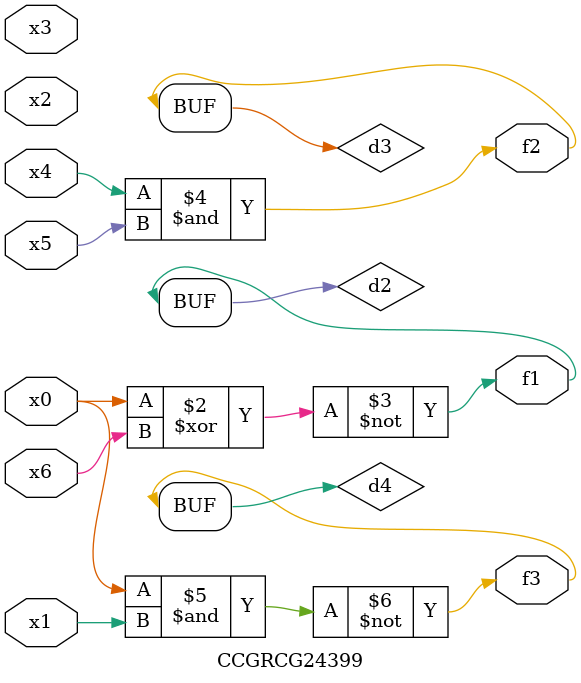
<source format=v>
module CCGRCG24399(
	input x0, x1, x2, x3, x4, x5, x6,
	output f1, f2, f3
);

	wire d1, d2, d3, d4;

	nor (d1, x0);
	xnor (d2, x0, x6);
	and (d3, x4, x5);
	nand (d4, x0, x1);
	assign f1 = d2;
	assign f2 = d3;
	assign f3 = d4;
endmodule

</source>
